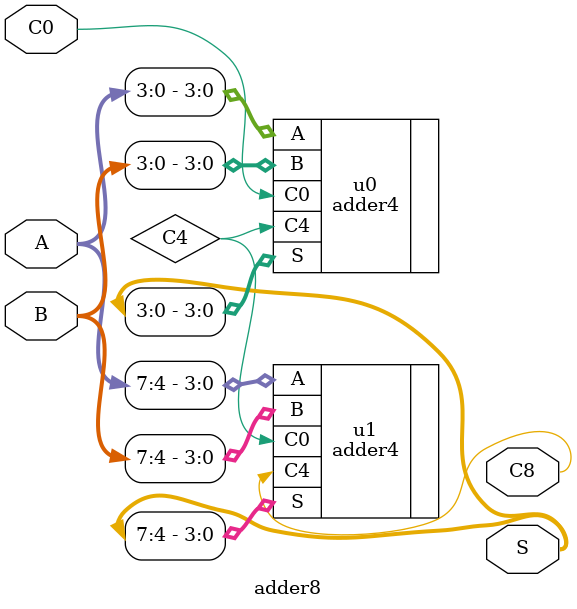
<source format=v>
module adder8(
    input wire C0,
    input wire [7:0] A,
    input wire [7:0] B,
    output wire [7:0] S,
    output wire C8);
    wire C4,C8;
    adder4 u0(
    .C0(C0),
    .A(A[3:0]),
    .B(B[3:0]),
    .S(S[3:0]),
    .C4(C4));
    adder4 u1(
    .C0(C4),
    .A(A[7:4]),
    .B(B[7:4]),
    .S(S[7:4]),
    .C4(C8));
endmodule
</source>
